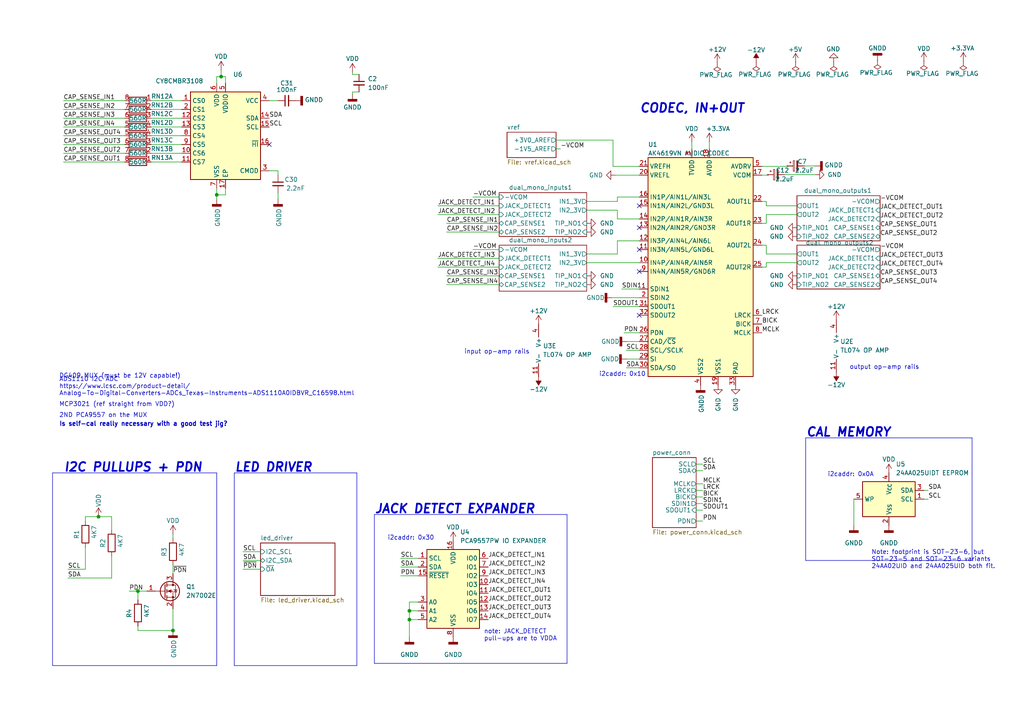
<source format=kicad_sch>
(kicad_sch (version 20230121) (generator eeschema)
  (paper "A4")
  (lib_symbols
    (symbol "Amplifier_Operational:TL074" (pin_names (offset 0.127))
      (property "Reference" "U" (at 0 5.08 0))
      (property "Value" "TL074" (at 0 -5.08 0))
      (symbol "TL074_1_1"
        (polyline (pts (xy -5.08 5.08) (xy 5.08 0) (xy -5.08 -5.08) (xy -5.08 5.08)) (stroke (width 0.254)) (fill (type background)))
        (pin output line (at 7.62 0 180) (length 2.54) (name "~") (number "1"))
        (pin input line (at -7.62 -2.54 0) (length 2.54) (name "-") (number "2"))
        (pin input line (at -7.62 2.54 0) (length 2.54) (name "+") (number "3"))
      )
      (symbol "TL074_2_1"
        (polyline (pts (xy -5.08 5.08) (xy 5.08 0) (xy -5.08 -5.08) (xy -5.08 5.08)) (stroke (width 0.254)) (fill (type background)))
        (pin input line (at -7.62 2.54 0) (length 2.54) (name "+") (number "5"))
        (pin input line (at -7.62 -2.54 0) (length 2.54) (name "-") (number "6"))
        (pin output line (at 7.62 0 180) (length 2.54) (name "~") (number "7"))
      )
      (symbol "TL074_3_1"
        (polyline (pts (xy -5.08 5.08) (xy 5.08 0) (xy -5.08 -5.08) (xy -5.08 5.08)) (stroke (width 0.254)) (fill (type background)))
        (pin input line (at -7.62 2.54 0) (length 2.54) (name "+") (number "10"))
        (pin output line (at 7.62 0 180) (length 2.54) (name "~") (number "8"))
        (pin input line (at -7.62 -2.54 0) (length 2.54) (name "-") (number "9"))
      )
      (symbol "TL074_4_1"
        (polyline (pts (xy -5.08 5.08) (xy 5.08 0) (xy -5.08 -5.08) (xy -5.08 5.08)) (stroke (width 0.254)) (fill (type background)))
        (pin input line (at -7.62 2.54 0) (length 2.54) (name "+") (number "12"))
        (pin input line (at -7.62 -2.54 0) (length 2.54) (name "-") (number "13"))
        (pin output line (at 7.62 0 180) (length 2.54) (name "~") (number "14"))
      )
      (symbol "TL074_5_1"
        (pin power_in line (at -2.54 -7.62 90) (length 3.81) (name "V-") (number "11"))
        (pin power_in line (at -2.54 7.62 270) (length 3.81) (name "V+") (number "4"))
      )
    )
    (symbol "Device:C_Polarized_Small" (pin_numbers hide) (pin_names (offset 0.254) hide)
      (property "Reference" "C" (at 0.254 1.778 0))
      (property "Value" "C_Polarized_Small" (at 0.254 -2.032 0))
      (symbol "C_Polarized_Small_0_1"
        (rectangle (start -1.524 -0.3048) (end 1.524 -0.6858) (fill (type outline)))
        (rectangle (start -1.524 0.6858) (end 1.524 0.3048))
        (polyline (pts (xy -1.27 1.524) (xy -0.762 1.524)))
        (polyline (pts (xy -1.016 1.27) (xy -1.016 1.778)))
      )
      (symbol "C_Polarized_Small_1_1"
        (pin passive line (at 0 2.54 270) (length 1.8542) (name "~") (number "1"))
        (pin passive line (at 0 -2.54 90) (length 1.8542) (name "~") (number "2"))
      )
    )
    (symbol "Device:C_Small" (pin_numbers hide) (pin_names (offset 0.254) hide)
      (property "Reference" "C" (at 0.254 1.778 0))
      (property "Value" "C_Small" (at 0.254 -2.032 0))
      (symbol "C_Small_0_1"
        (polyline (pts (xy -1.524 -0.508) (xy 1.524 -0.508)) (stroke (width 0.3302)))
        (polyline (pts (xy -1.524 0.508) (xy 1.524 0.508)) (stroke (width 0.3048)))
      )
      (symbol "C_Small_1_1"
        (pin passive line (at 0 2.54 270) (length 2.032) (name "~") (number "1"))
        (pin passive line (at 0 -2.54 90) (length 2.032) (name "~") (number "2"))
      )
    )
    (symbol "Device:R" (pin_numbers hide) (pin_names (offset 0))
      (property "Reference" "R" (at 2.032 0 90))
      (property "Value" "R" (at 0 0 90))
      (symbol "R_0_1"
        (rectangle (start -1.016 -2.54) (end 1.016 2.54) (stroke (width 0.254)))
      )
      (symbol "R_1_1"
        (pin passive line (at 0 3.81 270) (length 1.27) (name "~") (number "1"))
        (pin passive line (at 0 -3.81 90) (length 1.27) (name "~") (number "2"))
      )
    )
    (symbol "Device:R_Pack04_Split" (pin_names (offset 0) hide)
      (property "Reference" "RN" (at 2.032 0 90))
      (property "Value" "R_Pack04_Split" (at 0 0 90))
      (symbol "R_Pack04_Split_0_1"
        (rectangle (start 1.016 2.54) (end -1.016 -2.54) (stroke (width 0.254)))
      )
      (symbol "R_Pack04_Split_1_1"
        (pin passive line (at 0 -3.81 90) (length 1.27) (name "R1.1") (number "1"))
        (pin passive line (at 0 3.81 270) (length 1.27) (name "R1.2") (number "8"))
      )
      (symbol "R_Pack04_Split_2_1"
        (pin passive line (at 0 -3.81 90) (length 1.27) (name "R2.1") (number "2"))
        (pin passive line (at 0 3.81 270) (length 1.27) (name "R2.2") (number "7"))
      )
      (symbol "R_Pack04_Split_3_1"
        (pin passive line (at 0 -3.81 90) (length 1.27) (name "R3.1") (number "3"))
        (pin passive line (at 0 3.81 270) (length 1.27) (name "R3.2") (number "6"))
      )
      (symbol "R_Pack04_Split_4_1"
        (pin passive line (at 0 -3.81 90) (length 1.27) (name "R4.1") (number "4"))
        (pin passive line (at 0 3.81 270) (length 1.27) (name "R4.2") (number "5"))
      )
    )
    (symbol "Interface_Expansion:PCA9557PW"
      (property "Reference" "U" (at -7.62 11.43 0))
      (property "Value" "PCA9557PW" (at 2.54 11.43 0))
      (symbol "PCA9557PW_0_1"
        (rectangle (start -7.62 -12.7) (end 7.62 10.16) (stroke (width 0.254)) (fill (type background)))
      )
      (symbol "PCA9557PW_1_1"
        (pin input line (at -10.16 7.62 0) (length 2.54) (name "SCL") (number "1"))
        (pin bidirectional line (at 10.16 0 180) (length 2.54) (name "IO3") (number "10"))
        (pin bidirectional line (at 10.16 -2.54 180) (length 2.54) (name "IO4") (number "11"))
        (pin bidirectional line (at 10.16 -5.08 180) (length 2.54) (name "IO5") (number "12"))
        (pin bidirectional line (at 10.16 -7.62 180) (length 2.54) (name "IO6") (number "13"))
        (pin bidirectional line (at 10.16 -10.16 180) (length 2.54) (name "IO7") (number "14"))
        (pin input line (at -10.16 2.54 0) (length 2.54) (name "~{RESET}") (number "15"))
        (pin power_in line (at 0 12.7 270) (length 2.54) (name "VDD") (number "16"))
        (pin bidirectional line (at -10.16 5.08 0) (length 2.54) (name "SDA") (number "2"))
        (pin input line (at -10.16 -5.08 0) (length 2.54) (name "A0") (number "3"))
        (pin input line (at -10.16 -7.62 0) (length 2.54) (name "A1") (number "4"))
        (pin input line (at -10.16 -10.16 0) (length 2.54) (name "A2") (number "5"))
        (pin bidirectional line (at 10.16 7.62 180) (length 2.54) (name "IO0") (number "6"))
        (pin bidirectional line (at 10.16 5.08 180) (length 2.54) (name "IO1") (number "7"))
        (pin power_in line (at 0 -15.24 90) (length 2.54) (name "VSS") (number "8"))
        (pin bidirectional line (at 10.16 2.54 180) (length 2.54) (name "IO2") (number "9"))
      )
    )
    (symbol "Memory_EEPROM:24AA02-OT"
      (property "Reference" "U" (at -7.62 6.35 0))
      (property "Value" "24AA02-OT" (at 2.54 -6.35 0))
      (symbol "24AA02-OT_1_1"
        (rectangle (start -7.62 5.08) (end 7.62 -5.08) (stroke (width 0.254)) (fill (type background)))
        (pin input line (at 10.16 0 180) (length 2.54) (name "SCL") (number "1"))
        (pin power_in line (at 0 -7.62 90) (length 2.54) (name "V_{SS}") (number "2"))
        (pin bidirectional line (at 10.16 2.54 180) (length 2.54) (name "SDA") (number "3"))
        (pin power_in line (at 0 7.62 270) (length 2.54) (name "V_{CC}") (number "4"))
        (pin input line (at -10.16 0 0) (length 2.54) (name "WP") (number "5"))
      )
    )
    (symbol "Sensor_Touch:CY8CMBR3108"
      (property "Reference" "U" (at -10.16 13.97 0))
      (property "Value" "CY8CMBR3108" (at 1.27 13.97 0))
      (symbol "CY8CMBR3108_0_1"
        (rectangle (start -10.16 12.7) (end 10.16 -12.7) (stroke (width 0.254)) (fill (type background)))
      )
      (symbol "CY8CMBR3108_1_1"
        (pin passive line (at -12.7 10.16 0) (length 2.54) (name "CS0") (number "1"))
        (pin passive line (at -12.7 -5.08 0) (length 2.54) (name "CS6") (number "10"))
        (pin passive line (at -12.7 -7.62 0) (length 2.54) (name "CS7") (number "11"))
        (pin passive line (at -12.7 5.08 0) (length 2.54) (name "CS2") (number "12"))
        (pin passive line (at -12.7 2.54 0) (length 2.54) (name "CS3") (number "13"))
        (pin bidirectional line (at 12.7 5.08 180) (length 2.54) (name "SDA") (number "14"))
        (pin input line (at 12.7 2.54 180) (length 2.54) (name "SCL") (number "15"))
        (pin bidirectional line (at 12.7 -2.54 180) (length 2.54) (name "~{HI}") (number "16"))
        (pin passive line (at 0 -15.24 90) (length 2.54) (name "EP") (number "17"))
        (pin passive line (at -12.7 7.62 0) (length 2.54) (name "CS1") (number "2"))
        (pin passive line (at 12.7 -10.16 180) (length 2.54) (name "CMOD") (number "3"))
        (pin passive line (at 12.7 10.16 180) (length 2.54) (name "VCC") (number "4"))
        (pin power_in line (at 0 15.24 270) (length 2.54) (name "VDDIO") (number "5"))
        (pin power_in line (at -2.54 15.24 270) (length 2.54) (name "VDD") (number "6"))
        (pin power_in line (at -2.54 -15.24 90) (length 2.54) (name "VSS") (number "7"))
        (pin passive line (at -12.7 0 0) (length 2.54) (name "CS4") (number "8"))
        (pin passive line (at -12.7 -2.54 0) (length 2.54) (name "CS5") (number "9"))
      )
    )
    (symbol "Transistor_FET:2N7002E" (pin_names hide)
      (property "Reference" "Q" (at 5.08 1.905 0))
      (property "Value" "2N7002E" (at 5.08 0 0))
      (symbol "2N7002E_0_1"
        (polyline (pts (xy 0.254 0) (xy -2.54 0)))
        (polyline (pts (xy 0.254 1.905) (xy 0.254 -1.905)) (stroke (width 0.254)))
        (polyline (pts (xy 0.762 -1.27) (xy 0.762 -2.286)) (stroke (width 0.254)))
        (polyline (pts (xy 0.762 0.508) (xy 0.762 -0.508)) (stroke (width 0.254)))
        (polyline (pts (xy 0.762 2.286) (xy 0.762 1.27)) (stroke (width 0.254)))
        (polyline (pts (xy 2.54 2.54) (xy 2.54 1.778)))
        (polyline (pts (xy 2.54 -2.54) (xy 2.54 0) (xy 0.762 0)))
        (polyline (pts (xy 0.762 -1.778) (xy 3.302 -1.778) (xy 3.302 1.778) (xy 0.762 1.778)))
        (polyline (pts (xy 1.016 0) (xy 2.032 0.381) (xy 2.032 -0.381) (xy 1.016 0)) (fill (type outline)))
        (polyline (pts (xy 2.794 0.508) (xy 2.921 0.381) (xy 3.683 0.381) (xy 3.81 0.254)))
        (polyline (pts (xy 3.302 0.381) (xy 2.921 -0.254) (xy 3.683 -0.254) (xy 3.302 0.381)))
        (circle (center 1.651 0) (radius 2.794) (stroke (width 0.254)))
        (circle (center 2.54 -1.778) (radius 0.254) (fill (type outline)))
        (circle (center 2.54 1.778) (radius 0.254) (fill (type outline)))
      )
      (symbol "2N7002E_1_1"
        (pin input line (at -5.08 0 0) (length 2.54) (name "G") (number "1"))
        (pin passive line (at 2.54 -5.08 90) (length 2.54) (name "S") (number "2"))
        (pin passive line (at 2.54 5.08 270) (length 2.54) (name "D") (number "3"))
      )
    )
    (symbol "ak_codec_ics:AK4619VN"
      (property "Reference" "U?" (at -13.97 41.91 0))
      (property "Value" "AK4619VN" (at -10.16 39.37 0))
      (symbol "AK4619VN_0_1"
        (rectangle (start -15.24 38.1) (end 15.24 -25.4) (stroke (width 0.254)) (fill (type background)))
      )
      (symbol "AK4619VN_1_1"
        (pin input line (at -17.78 0 0) (length 2.54) (name "SDIN1") (number "1"))
        (pin input line (at -17.78 7.62 0) (length 2.54) (name "IN4P/AIN4R/AIN6R") (number "10"))
        (pin input line (at -17.78 11.43 0) (length 2.54) (name "IN3N/AIN5L/GND6L") (number "11"))
        (pin input line (at -17.78 13.97 0) (length 2.54) (name "IN3P/AIN4L/AIN6L") (number "12"))
        (pin input line (at -17.78 17.78 0) (length 2.54) (name "IN2N/AIN2R/GND3R") (number "13"))
        (pin input line (at -17.78 20.32 0) (length 2.54) (name "IN2P/AIN1R/AIN3R") (number "14"))
        (pin input line (at -17.78 24.13 0) (length 2.54) (name "IN1N/AIN2L/GND3L") (number "15"))
        (pin input line (at -17.78 26.67 0) (length 2.54) (name "IN1P/AIN1L/AIN3L") (number "16"))
        (pin power_out line (at 17.78 33.02 180) (length 2.54) (name "VCOM") (number "17"))
        (pin power_in line (at 2.54 40.64 270) (length 2.54) (name "AVDD") (number "18"))
        (pin power_in line (at 5.08 -27.94 90) (length 2.54) (name "VSS1") (number "19"))
        (pin input line (at -17.78 -2.54 0) (length 2.54) (name "SDIN2") (number "2"))
        (pin input line (at -17.78 33.02 0) (length 2.54) (name "VREFL") (number "20"))
        (pin input line (at -17.78 35.56 0) (length 2.54) (name "VREFH") (number "21"))
        (pin output line (at 17.78 25.4 180) (length 2.54) (name "AOUT1L") (number "22"))
        (pin output line (at 17.78 19.05 180) (length 2.54) (name "AOUT1R") (number "23"))
        (pin output line (at 17.78 12.7 180) (length 2.54) (name "AOUT2L") (number "24"))
        (pin output line (at 17.78 6.35 180) (length 2.54) (name "AOUT2R") (number "25"))
        (pin input line (at -17.78 -12.7 0) (length 2.54) (name "PDN") (number "26"))
        (pin input line (at -17.78 -15.24 0) (length 2.54) (name "CAD/~{CS}") (number "27"))
        (pin input line (at -17.78 -17.78 0) (length 2.54) (name "SCL/SCLK") (number "28"))
        (pin input line (at -17.78 -20.32 0) (length 2.54) (name "SI") (number "29"))
        (pin power_in line (at -2.54 40.64 270) (length 2.54) (name "TVDD") (number "3"))
        (pin bidirectional line (at -17.78 -22.86 0) (length 2.54) (name "SDA/SO") (number "30"))
        (pin output line (at -17.78 -5.08 0) (length 2.54) (name "SDOUT1") (number "31"))
        (pin output line (at -17.78 -7.62 0) (length 2.54) (name "SDOUT2") (number "32"))
        (pin passive line (at 10.16 -27.94 90) (length 2.54) (name "PAD") (number "33"))
        (pin power_in line (at 0 -27.94 90) (length 2.54) (name "VSS2") (number "4"))
        (pin power_out line (at 17.78 35.56 180) (length 2.54) (name "AVDRV") (number "5"))
        (pin input line (at 17.78 -7.62 180) (length 2.54) (name "LRCK") (number "6"))
        (pin input line (at 17.78 -10.16 180) (length 2.54) (name "BICK") (number "7"))
        (pin input line (at 17.78 -12.7 180) (length 2.54) (name "MCLK") (number "8"))
        (pin input line (at -17.78 5.08 0) (length 2.54) (name "IN4N/AIN5R/GND6R") (number "9"))
      )
    )
    (symbol "power:+12V" (power) (pin_names (offset 0))
      (property "Value" "+12V" (at 0 3.556 0))
      (symbol "+12V_0_1"
        (polyline (pts (xy -0.762 1.27) (xy 0 2.54)))
        (polyline (pts (xy 0 0) (xy 0 2.54)))
        (polyline (pts (xy 0 2.54) (xy 0.762 1.27)))
      )
      (symbol "+12V_1_1"
        (pin power_in line (at 0 0 90) (length 0) hide (name "+12V") (number "1"))
      )
    )
    (symbol "power:+3.3VA" (power) (pin_names (offset 0))
      (property "Value" "+3.3VA" (at 0 3.556 0))
      (symbol "+3.3VA_0_1"
        (polyline (pts (xy -0.762 1.27) (xy 0 2.54)))
        (polyline (pts (xy 0 0) (xy 0 2.54)))
        (polyline (pts (xy 0 2.54) (xy 0.762 1.27)))
      )
      (symbol "+3.3VA_1_1"
        (pin power_in line (at 0 0 90) (length 0) hide (name "+3.3VA") (number "1"))
      )
    )
    (symbol "power:+5V" (power) (pin_names (offset 0))
      (property "Value" "+5V" (at 0 3.556 0))
      (symbol "+5V_0_1"
        (polyline (pts (xy -0.762 1.27) (xy 0 2.54)))
        (polyline (pts (xy 0 0) (xy 0 2.54)))
        (polyline (pts (xy 0 2.54) (xy 0.762 1.27)))
      )
      (symbol "+5V_1_1"
        (pin power_in line (at 0 0 90) (length 0) hide (name "+5V") (number "1"))
      )
    )
    (symbol "power:-12V" (power) (pin_names (offset 0))
      (property "Value" "-12V" (at 0 3.81 0))
      (symbol "-12V_0_0"
        (pin power_in line (at 0 0 90) (length 0) hide (name "-12V") (number "1"))
      )
      (symbol "-12V_0_1"
        (polyline (pts (xy 0 0) (xy 0 1.27) (xy 0.762 1.27) (xy 0 2.54) (xy -0.762 1.27) (xy 0 1.27)) (fill (type outline)))
      )
    )
    (symbol "power:GND" (power) (pin_names (offset 0))
      (property "Value" "GND" (at 0 -3.81 0))
      (symbol "GND_0_1"
        (polyline (pts (xy 0 0) (xy 0 -1.27) (xy 1.27 -1.27) (xy 0 -2.54) (xy -1.27 -1.27) (xy 0 -1.27)))
      )
      (symbol "GND_1_1"
        (pin power_in line (at 0 0 270) (length 0) hide (name "GND") (number "1"))
      )
    )
    (symbol "power:GNDD" (power) (pin_names (offset 0))
      (property "Value" "GNDD" (at 0 -3.175 0))
      (symbol "GNDD_0_1"
        (rectangle (start -1.27 -1.524) (end 1.27 -2.032) (stroke (width 0.254)) (fill (type outline)))
        (polyline (pts (xy 0 0) (xy 0 -1.524)))
      )
      (symbol "GNDD_1_1"
        (pin power_in line (at 0 0 270) (length 0) hide (name "GNDD") (number "1"))
      )
    )
    (symbol "power:PWR_FLAG" (power) (pin_numbers hide) (pin_names (offset 0) hide)
      (property "Value" "PWR_FLAG" (at 0 3.81 0))
      (symbol "PWR_FLAG_0_0"
        (pin power_out line (at 0 0 90) (length 0) (name "pwr") (number "1"))
      )
      (symbol "PWR_FLAG_0_1"
        (polyline (pts (xy 0 0) (xy 0 1.27) (xy -1.016 1.905) (xy 0 2.54) (xy 1.016 1.905) (xy 0 1.27)))
      )
    )
    (symbol "power:VDD" (power) (pin_names (offset 0))
      (property "Value" "VDD" (at 0 3.81 0))
      (symbol "VDD_0_1"
        (polyline (pts (xy -0.762 1.27) (xy 0 2.54)))
        (polyline (pts (xy 0 0) (xy 0 2.54)))
        (polyline (pts (xy 0 2.54) (xy 0.762 1.27)))
      )
      (symbol "VDD_1_1"
        (pin power_in line (at 0 0 90) (length 0) hide (name "VDD") (number "1"))
      )
    )
  )
  (junction (at 50.165 182.88))
  (junction (at 118.745 179.705))
  (junction (at 64.135 22.225))
  (junction (at 118.745 177.165))
  (junction (at 40.005 171.45))
  (junction (at 28.575 149.86))
  (junction (at 62.865 56.515))
  (no_connect (at 185.42 72.39))
  (no_connect (at 185.42 78.74))
  (no_connect (at 185.42 59.69))
  (no_connect (at 185.42 66.04))
  (no_connect (at 185.42 91.44))
  (no_connect (at 78.105 41.91))
  (wire (pts (xy 24.765 151.13) (xy 24.765 149.86)))
  (wire (pts (xy 43.815 41.91) (xy 52.705 41.91)))
  (polyline (pts (xy 233.68 127) (xy 233.68 162.56)))
  (wire (pts (xy 62.865 24.13) (xy 62.865 22.225)))
  (wire (pts (xy 181.737 104.14) (xy 185.42 104.14)))
  (polyline (pts (xy 164.465 149.225) (xy 164.465 192.405)))
  (wire (pts (xy 179.07 57.15) (xy 185.42 57.15)))
  (wire (pts (xy 40.005 181.61) (xy 40.005 182.88)))
  (wire (pts (xy 170.18 73.66) (xy 179.07 73.66)))
  (wire (pts (xy 137.16 72.39) (xy 144.78 72.39)))
  (wire (pts (xy 118.745 179.705) (xy 121.285 179.705)))
  (wire (pts (xy 40.005 182.88) (xy 50.165 182.88)))
  (wire (pts (xy 170.18 76.2) (xy 185.42 76.2)))
  (wire (pts (xy 137.16 57.15) (xy 144.78 57.15)))
  (polyline (pts (xy 108.585 149.225) (xy 164.465 149.225)))
  (wire (pts (xy 32.385 149.86) (xy 28.575 149.86)))
  (wire (pts (xy 32.385 153.67) (xy 32.385 149.86)))
  (wire (pts (xy 80.645 55.88) (xy 80.645 57.785)))
  (wire (pts (xy 201.93 146.05) (xy 203.835 146.05)))
  (wire (pts (xy 118.745 177.165) (xy 118.745 174.625)))
  (polyline (pts (xy 108.585 149.225) (xy 108.585 192.405)))
  (wire (pts (xy 127 74.93) (xy 144.78 74.93)))
  (wire (pts (xy 220.98 77.47) (xy 222.25 77.47)))
  (wire (pts (xy 43.815 34.29) (xy 52.705 34.29)))
  (wire (pts (xy 102.235 21.59) (xy 104.14 21.59)))
  (polyline (pts (xy 15.24 137.16) (xy 62.865 137.16)))
  (polyline (pts (xy 67.945 193.04) (xy 103.505 193.04)))
  (wire (pts (xy 116.205 161.925) (xy 121.285 161.925)))
  (wire (pts (xy 50.165 154.94) (xy 50.165 156.21)))
  (wire (pts (xy 62.865 54.61) (xy 62.865 56.515)))
  (wire (pts (xy 40.005 171.45) (xy 40.005 173.99)))
  (polyline (pts (xy 67.945 137.16) (xy 103.505 137.16)))
  (wire (pts (xy 43.815 46.99) (xy 52.705 46.99)))
  (wire (pts (xy 50.165 163.83) (xy 50.165 166.37)))
  (polyline (pts (xy 15.24 137.16) (xy 15.24 193.04)))
  (wire (pts (xy 40.005 171.45) (xy 42.545 171.45)))
  (polyline (pts (xy 67.945 137.16) (xy 67.945 193.04)))
  (wire (pts (xy 222.25 64.77) (xy 222.25 62.23)))
  (wire (pts (xy 18.415 44.45) (xy 36.195 44.45)))
  (polyline (pts (xy 62.865 137.16) (xy 62.865 193.04)))
  (wire (pts (xy 267.97 142.24) (xy 269.24 142.24)))
  (wire (pts (xy 43.815 36.83) (xy 52.705 36.83)))
  (wire (pts (xy 220.98 58.42) (xy 222.25 58.42)))
  (wire (pts (xy 200.66 41.275) (xy 200.66 43.18)))
  (wire (pts (xy 177.546 86.36) (xy 185.42 86.36)))
  (wire (pts (xy 43.815 31.75) (xy 52.705 31.75)))
  (wire (pts (xy 118.745 184.785) (xy 118.745 179.705)))
  (wire (pts (xy 129.54 64.77) (xy 144.78 64.77)))
  (wire (pts (xy 64.135 22.225) (xy 64.135 20.32)))
  (wire (pts (xy 201.93 142.24) (xy 203.835 142.24)))
  (wire (pts (xy 127 77.47) (xy 144.78 77.47)))
  (wire (pts (xy 222.25 58.42) (xy 222.25 59.69)))
  (wire (pts (xy 43.815 39.37) (xy 52.705 39.37)))
  (wire (pts (xy 18.415 41.91) (xy 36.195 41.91)))
  (wire (pts (xy 180.34 83.82) (xy 185.42 83.82)))
  (wire (pts (xy 43.815 44.45) (xy 52.705 44.45)))
  (wire (pts (xy 220.98 64.77) (xy 222.25 64.77)))
  (wire (pts (xy 247.65 144.78) (xy 247.65 152.4)))
  (wire (pts (xy 222.25 71.12) (xy 222.25 73.66)))
  (wire (pts (xy 24.765 149.86) (xy 28.575 149.86)))
  (polyline (pts (xy 62.865 193.04) (xy 15.24 193.04)))
  (wire (pts (xy 32.385 161.29) (xy 32.385 167.64)))
  (wire (pts (xy 50.165 176.53) (xy 50.165 182.88)))
  (wire (pts (xy 127 59.69) (xy 144.78 59.69)))
  (wire (pts (xy 179.07 58.42) (xy 179.07 57.15)))
  (wire (pts (xy 222.25 62.23) (xy 231.14 62.23)))
  (wire (pts (xy 116.205 167.005) (xy 121.285 167.005)))
  (wire (pts (xy 228.6 48.26) (xy 228.219 48.133)))
  (wire (pts (xy 201.93 140.335) (xy 203.835 140.335)))
  (wire (pts (xy 181.61 101.6) (xy 185.42 101.6)))
  (wire (pts (xy 201.93 147.955) (xy 203.835 147.955)))
  (polyline (pts (xy 103.505 193.04) (xy 103.505 137.16)))
  (wire (pts (xy 201.93 144.145) (xy 203.835 144.145)))
  (wire (pts (xy 222.885 50.8) (xy 222.504 50.673)))
  (wire (pts (xy 118.745 177.165) (xy 121.285 177.165)))
  (wire (pts (xy 179.07 69.85) (xy 185.42 69.85)))
  (wire (pts (xy 170.18 58.42) (xy 179.07 58.42)))
  (wire (pts (xy 65.405 54.61) (xy 65.405 56.515)))
  (wire (pts (xy 37.465 171.45) (xy 40.005 171.45)))
  (polyline (pts (xy 164.465 192.405) (xy 108.585 192.405)))
  (polyline (pts (xy 233.68 162.56) (xy 281.94 162.56)))
  (wire (pts (xy 18.415 29.21) (xy 36.195 29.21)))
  (wire (pts (xy 43.815 29.21) (xy 52.705 29.21)))
  (wire (pts (xy 70.485 160.02) (xy 75.565 160.02)))
  (wire (pts (xy 65.405 22.225) (xy 65.405 24.13)))
  (wire (pts (xy 181.864 99.06) (xy 185.42 99.06)))
  (wire (pts (xy 129.54 82.55) (xy 144.78 82.55)))
  (wire (pts (xy 70.485 162.56) (xy 75.565 162.56)))
  (wire (pts (xy 181.61 106.68) (xy 185.42 106.68)))
  (wire (pts (xy 227.584 50.673) (xy 236.474 50.673)))
  (wire (pts (xy 185.42 48.26) (xy 177.8 48.26)))
  (wire (pts (xy 180.975 96.52) (xy 185.42 96.52)))
  (wire (pts (xy 179.07 63.5) (xy 185.42 63.5)))
  (wire (pts (xy 222.25 59.69) (xy 231.14 59.69)))
  (wire (pts (xy 18.415 46.99) (xy 36.195 46.99)))
  (wire (pts (xy 24.765 158.75) (xy 24.765 165.1)))
  (wire (pts (xy 220.98 50.8) (xy 222.885 50.8)))
  (wire (pts (xy 70.485 165.1) (xy 75.565 165.1)))
  (wire (pts (xy 233.299 48.133) (xy 236.474 48.133)))
  (wire (pts (xy 177.8 88.9) (xy 185.42 88.9)))
  (wire (pts (xy 19.685 167.64) (xy 32.385 167.64)))
  (wire (pts (xy 80.645 50.8) (xy 80.645 49.53)))
  (wire (pts (xy 78.105 29.21) (xy 80.645 29.21)))
  (wire (pts (xy 19.685 165.1) (xy 24.765 165.1)))
  (wire (pts (xy 267.97 144.78) (xy 269.24 144.78)))
  (wire (pts (xy 205.74 41.148) (xy 205.74 43.18)))
  (wire (pts (xy 220.98 48.26) (xy 228.6 48.26)))
  (wire (pts (xy 127 62.23) (xy 144.78 62.23)))
  (wire (pts (xy 18.415 36.83) (xy 36.195 36.83)))
  (wire (pts (xy 18.415 31.75) (xy 36.195 31.75)))
  (wire (pts (xy 179.07 73.66) (xy 179.07 69.85)))
  (wire (pts (xy 64.135 22.225) (xy 65.405 22.225)))
  (wire (pts (xy 201.93 151.13) (xy 203.835 151.13)))
  (wire (pts (xy 177.8 40.64) (xy 161.29 40.64)))
  (wire (pts (xy 129.54 80.01) (xy 144.78 80.01)))
  (wire (pts (xy 116.205 164.465) (xy 121.285 164.465)))
  (wire (pts (xy 102.235 20.955) (xy 102.235 21.59)))
  (wire (pts (xy 118.745 179.705) (xy 118.745 177.165)))
  (wire (pts (xy 18.415 34.29) (xy 36.195 34.29)))
  (wire (pts (xy 161.29 43.18) (xy 162.56 43.18)))
  (wire (pts (xy 102.235 26.67) (xy 104.14 26.67)))
  (wire (pts (xy 18.415 39.37) (xy 36.195 39.37)))
  (polyline (pts (xy 233.68 127) (xy 281.94 127)))
  (wire (pts (xy 201.93 136.525) (xy 203.835 136.525)))
  (wire (pts (xy 201.93 134.62) (xy 203.835 134.62)))
  (wire (pts (xy 118.745 174.625) (xy 121.285 174.625)))
  (wire (pts (xy 179.07 60.96) (xy 179.07 63.5)))
  (wire (pts (xy 102.235 26.67) (xy 102.235 27.305)))
  (wire (pts (xy 178.435 50.8) (xy 185.42 50.8)))
  (wire (pts (xy 129.54 67.31) (xy 144.78 67.31)))
  (wire (pts (xy 62.865 56.515) (xy 62.865 57.785)))
  (wire (pts (xy 220.98 71.12) (xy 222.25 71.12)))
  (wire (pts (xy 62.865 22.225) (xy 64.135 22.225)))
  (wire (pts (xy 222.25 77.47) (xy 222.25 76.2)))
  (wire (pts (xy 65.405 56.515) (xy 62.865 56.515)))
  (polyline (pts (xy 281.94 162.56) (xy 281.94 127)))
  (wire (pts (xy 170.18 60.96) (xy 179.07 60.96)))
  (wire (pts (xy 80.645 49.53) (xy 78.105 49.53)))
  (wire (pts (xy 222.25 73.66) (xy 231.14 73.66)))
  (wire (pts (xy 222.25 76.2) (xy 231.14 76.2)))
  (wire (pts (xy 177.8 48.26) (xy 177.8 40.64)))
  (text "CAL MEMORY" (at 233.68 127 0) (effects (font (size 2.54 2.54) (thickness 0.508) bold italic) (justify left bottom)))
  (text "2ND PCA9557 on the MUX" (at 17.145 121.285 0) (effects (font (size 1.27 1.27)) (justify left bottom)))
  (text "Note: footprint is SOT-23-6, but\nSOT-23-5 and SOT-23-6 variants\n24AA02UID and 24AA025UID both fit." (at 252.73 165.1 0) (effects (font (size 1.27 1.27)) (justify left bottom)))
  (text "i2caddr: 0x10" (at 173.736 109.347 0) (effects (font (size 1.27 1.27)) (justify left bottom)))
  (text "I2C PULLUPS + PDN" (at 18.415 137.16 0) (effects (font (size 2.54 2.54) (thickness 0.508) bold italic) (justify left bottom)))
  (text "ADS1110 I2C ADC\nhttps://www.lcsc.com/product-detail/\nAnalog-To-Digital-Converters-ADCs_Texas-Instruments-ADS1110A0IDBVR_C16598.html" (at 17.145 114.935 0) (effects (font (size 1.27 1.27)) (justify left bottom)))
  (text "i2caddr: 0x30" (at 112.395 156.845 0) (effects (font (size 1.27 1.27)) (justify left bottom)))
  (text "input op-amp rails" (at 134.62 102.87 0) (effects (font (size 1.27 1.27)) (justify left bottom)))
  (text "note: JACK_DETECT\npull-ups are to VDDA" (at 140.335 186.055 0) (effects (font (size 1.27 1.27)) (justify left bottom)))
  (text "JACK DETECT EXPANDER" (at 108.585 149.225 0) (effects (font (size 2.54 2.54) (thickness 0.508) bold italic) (justify left bottom)))
  (text "LED DRIVER" (at 67.945 137.16 0) (effects (font (size 2.54 2.54) (thickness 0.508) bold italic) (justify left bottom)))
  (text "output op-amp rails" (at 246.38 107.315 0) (effects (font (size 1.27 1.27)) (justify left bottom)))
  (text "CODEC, IN+OUT" (at 185.42 33.02 0) (effects (font (size 2.54 2.54) (thickness 0.508) bold italic) (justify left bottom)))
  (text "MCP3021 (ref straight from VDD?)" (at 17.145 118.11 0) (effects (font (size 1.27 1.27)) (justify left bottom)))
  (text "Is self-cal really necessary with a good test jig?" (at 17.145 123.825 0) (effects (font (size 1.27 1.27) (thickness 0.254) bold) (justify left bottom)))
  (text "DG409 MUX (must be 12V capable!)" (at 17.145 109.855 0) (effects (font (size 1.27 1.27)) (justify left bottom)))
  (text "i2caddr: 0x0A" (at 240.03 138.43 0) (effects (font (size 1.27 1.27)) (justify left bottom)))
  (label "JACK_DETECT_OUT1" (at 141.605 172.085 0))
  (label "-VCOM" (at 137.16 57.15 0))
  (label "~{PDN}" (at 50.165 166.37 0))
  (label "PDN" (at 203.835 151.13 0))
  (label "SDA" (at 116.205 164.465 0))
  (label "SCL" (at 78.105 36.83 0))
  (label "BICK" (at 220.98 93.98 0))
  (label "JACK_DETECT_IN4" (at 141.605 169.545 0))
  (label "-VCOM" (at 162.56 43.18 0))
  (label "JACK_DETECT_OUT1" (at 255.27 60.96 0))
  (label "CAP_SENSE_OUT1" (at 18.415 46.99 0))
  (label "SDOUT1" (at 177.8 88.9 0))
  (label "-VCOM" (at 255.27 72.39 0))
  (label "LRCK" (at 220.98 91.44 0))
  (label "CAP_SENSE_OUT3" (at 255.27 80.01 0))
  (label "SCL" (at 19.685 165.1 0))
  (label "PDN" (at 180.975 96.52 0))
  (label "BICK" (at 203.835 144.145 0))
  (label "MCLK" (at 220.98 96.52 0))
  (label "JACK_DETECT_IN3" (at 127 74.93 0))
  (label "-VCOM" (at 255.27 58.42 0))
  (label "JACK_DETECT_OUT3" (at 255.27 74.93 0))
  (label "SDA" (at 181.61 106.68 0))
  (label "JACK_DETECT_IN4" (at 127 77.47 0))
  (label "SCL" (at 269.24 144.78 0))
  (label "JACK_DETECT_IN1" (at 141.605 161.925 0))
  (label "JACK_DETECT_IN2" (at 127 62.23 0))
  (label "SDOUT1" (at 203.835 147.955 0))
  (label "JACK_DETECT_OUT3" (at 141.605 177.165 0))
  (label "JACK_DETECT_OUT2" (at 141.605 174.625 0))
  (label "CAP_SENSE_OUT2" (at 255.27 68.58 0))
  (label "CAP_SENSE_IN2" (at 129.54 67.31 0))
  (label "SDIN1" (at 180.34 83.82 0))
  (label "CAP_SENSE_OUT1" (at 255.27 66.04 0))
  (label "CAP_SENSE_IN3" (at 129.54 80.01 0))
  (label "-VCOM" (at 137.16 72.39 0))
  (label "SCL" (at 116.205 161.925 0))
  (label "PDN" (at 37.465 171.45 0))
  (label "CAP_SENSE_IN4" (at 129.54 82.55 0))
  (label "CAP_SENSE_IN1" (at 129.54 64.77 0))
  (label "SCL" (at 181.61 101.6 0))
  (label "CAP_SENSE_IN2" (at 18.415 31.75 0))
  (label "SDA" (at 19.685 167.64 0))
  (label "SCL" (at 70.485 160.02 0))
  (label "CAP_SENSE_OUT4" (at 255.27 82.55 0))
  (label "CAP_SENSE_OUT3" (at 18.415 41.91 0))
  (label "CAP_SENSE_IN4" (at 18.415 36.83 0))
  (label "SDA" (at 70.485 162.56 0))
  (label "JACK_DETECT_OUT4" (at 141.605 179.705 0))
  (label "CAP_SENSE_IN3" (at 18.415 34.29 0))
  (label "JACK_DETECT_OUT2" (at 255.27 63.5 0))
  (label "SDIN1" (at 203.835 146.05 0))
  (label "JACK_DETECT_IN2" (at 141.605 164.465 0))
  (label "SDA" (at 269.24 142.24 0))
  (label "CAP_SENSE_OUT2" (at 18.415 44.45 0))
  (label "JACK_DETECT_OUT4" (at 255.27 77.47 0))
  (label "JACK_DETECT_IN3" (at 141.605 167.005 0))
  (label "CAP_SENSE_IN1" (at 18.415 29.21 0))
  (label "PDN" (at 116.205 167.005 0))
  (label "CAP_SENSE_OUT4" (at 18.415 39.37 0))
  (label "SDA" (at 78.105 34.29 0))
  (label "SDA" (at 203.835 136.525 0))
  (label "MCLK" (at 203.835 140.335 0))
  (label "JACK_DETECT_IN1" (at 127 59.69 0))
  (label "~{PDN}" (at 70.485 165.1 0))
  (label "SCL" (at 203.835 134.62 0))
  (label "LRCK" (at 203.835 142.24 0))
  (symbol (lib_id "power:GNDD") (at 254.508 17.526 180) (unit 1)
    (property "Reference" "#PWR01" (effects hide))
    (property "Value" "GNDD" (at 254.508 13.97 0))
  )
  (symbol (lib_id "Device:R_Pack04_Split") (at 40.005 34.29 90) (unit 3)
    (property "Reference" "RN12" (at 46.99 33.02 90))
    (property "Value" "560R" (at 40.005 34.29 90))
    (property "Footprint" "Resistor_SMD:R_Array_Convex_4x0402" (effects hide))
    (property "mfg#" "YC124-JR-07560RL" (effects hide))
    (property "lcsc#" "C695210" (effects hide))
  )
  (symbol (lib_id "Device:C_Polarized_Small") (at 230.759 48.133 90) (mirror x) (unit 1)
    (property "Reference" "C7" (at 232.664 46.863 90))
    (property "Value" "2.2uF" (at 233.299 49.403 90))
    (property "Footprint" "Capacitor_Tantalum_SMD:CP_EIA-3216-10_Kemet-I" (effects hide))
    (property "mfg#" "T491A225K006AT" (effects hide))
    (property "lcsc#" "C2798035" (effects hide))
  )
  (symbol (lib_id "power:PWR_FLAG") (at 241.808 18.034 180) (unit 1)
    (property "Reference" "#FLG06" (effects hide))
    (property "Value" "PWR_FLAG" (at 241.427 21.59 0))
  )
  (symbol (lib_id "power:PWR_FLAG") (at 279.4 17.78 180) (unit 1)
    (property "Reference" "#FLG03" (effects hide))
    (property "Value" "PWR_FLAG" (at 279.019 21.336 0))
  )
  (symbol (lib_id "Device:C_Polarized_Small") (at 225.044 50.673 90) (mirror x) (unit 1)
    (property "Reference" "C12" (at 226.949 49.403 90))
    (property "Value" "2.2uF" (at 227.584 51.943 90))
    (property "Footprint" "Capacitor_Tantalum_SMD:CP_EIA-3216-10_Kemet-I" (effects hide))
    (property "mfg#" "T491A225K006AT" (effects hide))
    (property "lcsc#" "C2798035" (effects hide))
  )
  (symbol (lib_id "power:GND") (at 231.14 66.04 270) (unit 1)
    (property "Reference" "#PWR065" (effects hide))
    (property "Value" "GND" (at 227.33 66.04 90) (effects (justify right)))
  )
  (symbol (lib_id "power:-12V") (at 156.21 109.22 180) (unit 1)
    (property "Reference" "#PWR043" (effects hide))
    (property "Value" "-12V" (at 153.543 112.903 0) (effects (justify right)))
  )
  (symbol (lib_id "power:PWR_FLAG") (at 254.508 17.526 180) (unit 1)
    (property "Reference" "#FLG01" (effects hide))
    (property "Value" "PWR_FLAG" (at 254.127 21.082 0))
  )
  (symbol (lib_id "power:GND") (at 170.18 80.01 90) (unit 1)
    (property "Reference" "#PWR060" (effects hide))
    (property "Value" "GND" (at 173.99 80.01 90) (effects (justify right)))
  )
  (symbol (lib_id "power:VDD") (at 200.66 41.275 0) (unit 1)
    (property "Reference" "#PWR017" (effects hide))
    (property "Value" "VDD" (at 200.66 37.338 0))
  )
  (symbol (lib_id "Device:C_Small") (at 83.185 29.21 90) (unit 1)
    (property "Reference" "C31" (at 83.185 24.13 90))
    (property "Value" "100nF" (at 83.185 26.035 90))
    (property "Footprint" "Capacitor_SMD:C_0603_1608Metric" (effects hide))
    (property "Datasheet" "https://datasheet.lcsc.com/lcsc/1912111437_TDK-C1608X7R1E104KT000N_C338036.pdf" (effects hide))
    (property "lcsc#" "C338036" (effects hide))
    (property "mfg#" "C1608X7R1E104KT000N" (effects hide))
  )
  (symbol (lib_id "Interface_Expansion:PCA9557PW") (at 131.445 169.545 0) (unit 1)
    (property "Reference" "U4" (at 133.4644 154.305 0) (effects (justify left)))
    (property "Value" "PCA9557PW IO EXPANDER" (at 133.4644 156.845 0) (effects (justify left)))
    (property "Footprint" "Package_SO:TSSOP-16_4.4x5mm_P0.65mm" (effects hide))
    (property "Datasheet" "https://www.nxp.com/docs/en/data-sheet/PCA9557.pdf" (effects hide))
    (property "lcsc#" "C141380" (effects hide))
    (property "dig#" "568-1061-1-ND" (effects hide))
    (property "mfg#" "PCA9557PW,118" (effects hide))
  )
  (symbol (lib_id "power:+3.3VA") (at 279.4 17.78 0) (unit 1)
    (property "Reference" "#PWR03" (effects hide))
    (property "Value" "+3.3VA" (at 279.146 13.97 0))
  )
  (symbol (lib_id "power:+12V") (at 156.21 93.98 0) (unit 1)
    (property "Reference" "#PWR035" (effects hide))
    (property "Value" "+12V" (at 153.543 90.17 0) (effects (justify left)))
  )
  (symbol (lib_id "Device:R_Pack04_Split") (at 40.005 31.75 90) (unit 2)
    (property "Reference" "RN12" (at 46.99 30.48 90))
    (property "Value" "560R" (at 40.005 31.75 90))
    (property "Footprint" "Resistor_SMD:R_Array_Convex_4x0402" (effects hide))
    (property "mfg#" "YC124-JR-07560RL" (effects hide))
    (property "lcsc#" "C695210" (effects hide))
  )
  (symbol (lib_id "power:GND") (at 170.18 82.55 90) (unit 1)
    (property "Reference" "#PWR062" (effects hide))
    (property "Value" "GND" (at 173.99 82.55 90) (effects (justify right)))
  )
  (symbol (lib_id "power:GNDD") (at 85.725 29.21 90) (unit 1)
    (property "Reference" "#PWR093" (effects hide))
    (property "Value" "GNDD" (at 91.059 28.956 90))
  )
  (symbol (lib_id "power:GNDD") (at 257.81 152.4 0) (unit 1)
    (property "Reference" "#PWR056" (effects hide))
    (property "Value" "GNDD" (at 257.81 157.48 0))
  )
  (symbol (lib_id "power:VDD") (at 64.135 20.32 0) (unit 1)
    (property "Reference" "#PWR081" (effects hide))
    (property "Value" "VDD" (at 64.135 16.383 0))
  )
  (symbol (lib_id "Amplifier_Operational:TL074") (at 245.11 100.33 0) (unit 5)
    (property "Reference" "U2" (at 243.713 99.0599 0) (effects (justify left)))
    (property "Value" "TL074 OP AMP" (at 243.713 101.5999 0) (effects (justify left)))
    (property "Footprint" "Package_SO:SOIC-14_3.9x8.7mm_P1.27mm" (effects hide))
    (property "Datasheet" "http://www.ti.com/lit/ds/symlink/tl071.pdf" (effects hide))
    (property "dig#" "497-2204-1-ND" (effects hide))
    (property "mfg#" "TL074CDT" (effects hide))
    (property "lcsc#" "C6963" (effects hide))
  )
  (symbol (lib_id "power:VDD") (at 131.445 156.845 0) (unit 1)
    (property "Reference" "#PWR052" (effects hide))
    (property "Value" "VDD" (at 131.445 152.908 0))
  )
  (symbol (lib_id "power:+12V") (at 208.026 18.161 0) (unit 1)
    (property "Reference" "#PWR07" (effects hide))
    (property "Value" "+12V" (at 210.693 14.351 0) (effects (justify right)))
  )
  (symbol (lib_id "power:GNDD") (at 236.474 48.133 90) (unit 1)
    (property "Reference" "#PWR021" (effects hide))
    (property "Value" "GNDD" (at 241.808 47.879 90))
  )
  (symbol (lib_id "power:VDD") (at 102.235 20.955 0) (unit 1)
    (property "Reference" "#PWR0117" (effects hide))
    (property "Value" "VDD" (at 102.235 17.018 0))
  )
  (symbol (lib_id "power:PWR_FLAG") (at 267.97 17.78 180) (unit 1)
    (property "Reference" "#FLG02" (effects hide))
    (property "Value" "PWR_FLAG" (at 267.589 21.336 0))
  )
  (symbol (lib_id "power:GND") (at 208.28 111.76 0) (unit 1)
    (property "Reference" "#PWR046" (effects hide))
    (property "Value" "GND" (at 208.28 119.38 90) (effects (justify left)))
  )
  (symbol (lib_id "power:GND") (at 236.474 50.673 90) (unit 1)
    (property "Reference" "#PWR022" (effects hide))
    (property "Value" "GND" (at 244.094 50.673 90) (effects (justify left)))
  )
  (symbol (lib_id "Device:R_Pack04_Split") (at 40.005 44.45 90) (unit 2)
    (property "Reference" "RN13" (at 46.99 43.18 90))
    (property "Value" "560R" (at 40.005 44.45 90))
    (property "Footprint" "Resistor_SMD:R_Array_Convex_4x0402" (effects hide))
    (property "mfg#" "YC124-JR-07560RL" (effects hide))
    (property "lcsc#" "C695210" (effects hide))
  )
  (symbol (lib_id "power:+5V") (at 230.759 18.034 0) (unit 1)
    (property "Reference" "#PWR05" (effects hide))
    (property "Value" "+5V" (at 228.6 14.351 0) (effects (justify left)))
  )
  (symbol (lib_id "power:GNDD") (at 177.546 86.36 270) (unit 1)
    (property "Reference" "#PWR030" (effects hide))
    (property "Value" "GNDD" (at 172.72 86.36 90))
  )
  (symbol (lib_id "Device:R") (at 32.385 157.48 180) (unit 1)
    (property "Reference" "R2" (at 29.845 156.21 90) (effects (justify left)))
    (property "Value" "4K7" (at 34.925 154.94 90) (effects (justify left)))
    (property "Footprint" "Resistor_SMD:R_0402_1005Metric" (effects hide))
    (property "Datasheet" "https://datasheet.lcsc.com/lcsc/1809041728_YAGEO-RC0402FR-074K7L_C105871.pdf" (effects hide))
    (property "lcsc#" "C105871" (effects hide))
    (property "mfg#" "RC0402FR-074K7L" (effects hide))
  )
  (symbol (lib_id "power:GND") (at 231.14 82.55 270) (unit 1)
    (property "Reference" "#PWR077" (effects hide))
    (property "Value" "GND" (at 227.33 82.55 90) (effects (justify right)))
  )
  (symbol (lib_id "Device:R") (at 40.005 177.8 180) (unit 1)
    (property "Reference" "R4" (at 37.465 176.53 90) (effects (justify left)))
    (property "Value" "4K7" (at 42.545 175.26 90) (effects (justify left)))
    (property "Footprint" "Resistor_SMD:R_0402_1005Metric" (effects hide))
    (property "Datasheet" "https://datasheet.lcsc.com/lcsc/1809041728_YAGEO-RC0402FR-074K7L_C105871.pdf" (effects hide))
    (property "lcsc#" "C105871" (effects hide))
    (property "mfg#" "RC0402FR-074K7L" (effects hide))
  )
  (symbol (lib_id "power:VDD") (at 267.97 17.78 0) (unit 1)
    (property "Reference" "#PWR02" (effects hide))
    (property "Value" "VDD" (at 267.97 14.097 0))
  )
  (symbol (lib_id "power:GND") (at 241.808 18.034 180) (unit 1)
    (property "Reference" "#PWR06" (effects hide))
    (property "Value" "GND" (at 243.713 14.224 0) (effects (justify left)))
  )
  (symbol (lib_id "Device:R_Pack04_Split") (at 40.005 39.37 90) (unit 4)
    (property "Reference" "RN13" (at 46.99 38.1 90))
    (property "Value" "560R" (at 40.005 39.37 90))
    (property "Footprint" "Resistor_SMD:R_Array_Convex_4x0402" (effects hide))
    (property "mfg#" "YC124-JR-07560RL" (effects hide))
    (property "lcsc#" "C695210" (effects hide))
  )
  (symbol (lib_id "power:GNDD") (at 62.865 57.785 0) (unit 1)
    (property "Reference" "#PWR085" (effects hide))
    (property "Value" "GNDD" (at 63.119 63.119 90))
  )
  (symbol (lib_id "power:GND") (at 170.18 67.31 90) (unit 1)
    (property "Reference" "#PWR051" (effects hide))
    (property "Value" "GND" (at 173.99 67.31 90) (effects (justify right)))
  )
  (symbol (lib_id "Device:R_Pack04_Split") (at 40.005 29.21 90) (unit 1)
    (property "Reference" "RN12" (at 46.99 27.94 90))
    (property "Value" "560R" (at 40.005 29.21 90))
    (property "Footprint" "Resistor_SMD:R_Array_Convex_4x0402" (effects hide))
    (property "mfg#" "YC124-JR-07560RL" (effects hide))
    (property "lcsc#" "C695210" (effects hide))
  )
  (symbol (lib_id "power:GND") (at 231.14 68.58 270) (unit 1)
    (property "Reference" "#PWR069" (effects hide))
    (property "Value" "GND" (at 227.33 68.58 90) (effects (justify right)))
  )
  (symbol (lib_id "Amplifier_Operational:TL074") (at 158.75 101.6 0) (unit 5)
    (property "Reference" "U3" (at 157.48 100.3299 0) (effects (justify left)))
    (property "Value" "TL074 OP AMP" (at 157.48 102.8699 0) (effects (justify left)))
    (property "Footprint" "Package_SO:SOIC-14_3.9x8.7mm_P1.27mm" (effects hide))
    (property "Datasheet" "http://www.ti.com/lit/ds/symlink/tl071.pdf" (effects hide))
    (property "dig#" "497-2204-1-ND" (effects hide))
    (property "mfg#" "TL074CDT" (effects hide))
    (property "lcsc#" "C6963" (effects hide))
  )
  (symbol (lib_id "power:GNDD") (at 50.165 182.88 0) (unit 1)
    (property "Reference" "#PWR061" (effects hide))
    (property "Value" "GNDD" (at 50.419 188.214 90))
  )
  (symbol (lib_id "Device:R_Pack04_Split") (at 40.005 46.99 90) (unit 1)
    (property "Reference" "RN13" (at 46.99 45.72 90))
    (property "Value" "560R" (at 40.005 46.99 90))
    (property "Footprint" "Resistor_SMD:R_Array_Convex_4x0402" (effects hide))
    (property "mfg#" "YC124-JR-07560RL" (effects hide))
    (property "lcsc#" "C695210" (effects hide))
  )
  (symbol (lib_id "Device:R") (at 50.165 160.02 180) (unit 1)
    (property "Reference" "R3" (at 47.625 158.75 90) (effects (justify left)))
    (property "Value" "4K7" (at 52.705 157.48 90) (effects (justify left)))
    (property "Footprint" "Resistor_SMD:R_0402_1005Metric" (effects hide))
    (property "Datasheet" "https://datasheet.lcsc.com/lcsc/1809041728_YAGEO-RC0402FR-074K7L_C105871.pdf" (effects hide))
    (property "lcsc#" "C105871" (effects hide))
    (property "mfg#" "RC0402FR-074K7L" (effects hide))
  )
  (symbol (lib_id "power:GNDD") (at 203.2 111.76 0) (unit 1)
    (property "Reference" "#PWR045" (effects hide))
    (property "Value" "GNDD" (at 203.454 117.094 90))
  )
  (symbol (lib_id "power:VDD") (at 28.575 149.86 0) (unit 1)
    (property "Reference" "#PWR054" (effects hide))
    (property "Value" "VDD" (at 28.575 145.161 90))
  )
  (symbol (lib_id "power:-12V") (at 219.329 18.034 0) (unit 1)
    (property "Reference" "#PWR04" (effects hide))
    (property "Value" "-12V" (at 216.662 14.478 0) (effects (justify left)))
  )
  (symbol (lib_id "Device:R") (at 24.765 154.94 180) (unit 1)
    (property "Reference" "R1" (at 22.225 153.67 90) (effects (justify left)))
    (property "Value" "4K7" (at 27.305 152.4 90) (effects (justify left)))
    (property "Footprint" "Resistor_SMD:R_0402_1005Metric" (effects hide))
    (property "Datasheet" "https://datasheet.lcsc.com/lcsc/1809041728_YAGEO-RC0402FR-074K7L_C105871.pdf" (effects hide))
    (property "lcsc#" "C105871" (effects hide))
    (property "mfg#" "RC0402FR-074K7L" (effects hide))
  )
  (symbol (lib_id "power:PWR_FLAG") (at 208.026 18.161 180) (unit 1)
    (property "Reference" "#FLG07" (effects hide))
    (property "Value" "PWR_FLAG" (at 207.645 21.717 0))
  )
  (symbol (lib_id "ak_codec_ics:AK4619VN") (at 203.2 83.82 0) (unit 1)
    (property "Reference" "U1" (at 187.96 41.91 0) (effects (justify left)))
    (property "Value" "AK4619VN AUDIO CODEC" (at 187.96 44.45 0) (effects (justify left)))
    (property "Footprint" "Package_DFN_QFN:QFN-32-1EP_5x5mm_P0.5mm_EP3.7x3.7mm_ThermalVias" (effects hide))
    (property "Datasheet" "https://www.akm.com/content/dam/documents/products/audio/audio-codec/ak4619vn/ak4619vn-en-datasheet.pdf" (effects hide))
    (property "mfg#" "AK4619VN" (effects hide))
    (property "dig#" "974-AK4619VNCT-ND" (effects hide))
    (property "lcsc#" "AK4619VN" (effects hide))
  )
  (symbol (lib_id "power:+3.3VA") (at 205.74 41.148 0) (unit 1)
    (property "Reference" "#PWR016" (effects hide))
    (property "Value" "+3.3VA" (at 208.28 37.338 0))
  )
  (symbol (lib_id "power:GNDD") (at 80.645 57.785 0) (unit 1)
    (property "Reference" "#PWR089" (effects hide))
    (property "Value" "GNDD" (at 80.899 63.119 90))
  )
  (symbol (lib_id "power:GND") (at 170.18 64.77 90) (unit 1)
    (property "Reference" "#PWR050" (effects hide))
    (property "Value" "GND" (at 173.99 64.77 90) (effects (justify right)))
  )
  (symbol (lib_id "power:GNDD") (at 131.445 184.785 0) (unit 1)
    (property "Reference" "#PWR059" (effects hide))
    (property "Value" "GNDD" (at 131.445 189.865 0))
  )
  (symbol (lib_id "power:VDD") (at 257.81 137.16 0) (unit 1)
    (property "Reference" "#PWR053" (effects hide))
    (property "Value" "VDD" (at 257.81 133.223 0))
  )
  (symbol (lib_id "Device:R_Pack04_Split") (at 40.005 41.91 90) (unit 3)
    (property "Reference" "RN13" (at 46.99 40.64 90))
    (property "Value" "560R" (at 40.005 41.91 90))
    (property "Footprint" "Resistor_SMD:R_Array_Convex_4x0402" (effects hide))
    (property "mfg#" "YC124-JR-07560RL" (effects hide))
    (property "lcsc#" "C695210" (effects hide))
  )
  (symbol (lib_id "power:GND") (at 231.14 80.01 270) (unit 1)
    (property "Reference" "#PWR073" (effects hide))
    (property "Value" "GND" (at 227.33 80.01 90) (effects (justify right)))
  )
  (symbol (lib_id "Device:R_Pack04_Split") (at 40.005 36.83 90) (unit 4)
    (property "Reference" "RN12" (at 46.99 35.56 90))
    (property "Value" "560R" (at 40.005 36.83 90))
    (property "Footprint" "Resistor_SMD:R_Array_Convex_4x0402" (effects hide))
    (property "mfg#" "YC124-JR-07560RL" (effects hide))
    (property "lcsc#" "C695210" (effects hide))
  )
  (symbol (lib_id "power:GNDD") (at 118.745 184.785 0) (unit 1)
    (property "Reference" "#PWR058" (effects hide))
    (property "Value" "GNDD" (at 118.745 189.865 0))
  )
  (symbol (lib_id "Device:C_Small") (at 80.645 53.34 0) (unit 1)
    (property "Reference" "C30" (at 84.455 52.07 0))
    (property "Value" "2.2nF" (at 85.725 54.61 0))
    (property "Footprint" "Capacitor_SMD:C_0402_1005Metric" (effects hide))
    (property "lcsc#" "C106861" (effects hide))
    (property "mfg#" "CC0402KRX7R9BB222" (effects hide))
  )
  (symbol (lib_id "power:GNDD") (at 102.235 27.305 0) (unit 1)
    (property "Reference" "#PWR0118" (effects hide))
    (property "Value" "GNDD" (at 102.235 31.115 0))
  )
  (symbol (lib_id "power:GND") (at 178.435 50.8 270) (unit 1)
    (property "Reference" "#PWR023" (effects hide))
    (property "Value" "GND" (at 170.815 50.8 90) (effects (justify left)))
  )
  (symbol (lib_id "power:VDD") (at 50.165 154.94 0) (unit 1)
    (property "Reference" "#PWR057" (effects hide))
    (property "Value" "VDD" (at 50.165 151.003 0))
  )
  (symbol (lib_id "power:+12V") (at 242.57 92.71 0) (unit 1)
    (property "Reference" "#PWR033" (effects hide))
    (property "Value" "+12V" (at 239.903 88.9 0) (effects (justify left)))
  )
  (symbol (lib_id "Transistor_FET:2N7002E") (at 47.625 171.45 0) (unit 1)
    (property "Reference" "Q1" (at 53.975 170.1799 0) (effects (justify left)))
    (property "Value" "2N7002E" (at 53.975 172.7199 0) (effects (justify left)))
    (property "Footprint" "Package_TO_SOT_SMD:SOT-23" (effects hide))
    (property "Datasheet" "http://www.diodes.com/assets/Datasheets/ds30376.pdf" (effects hide))
    (property "dig#" "2N7002ET1GOSCT-ND" (effects hide))
    (property "lcsc#" "C71533" (effects hide))
    (property "mfg#" "2N7002ET1G" (effects hide))
  )
  (symbol (lib_id "power:GNDD") (at 181.737 104.14 270) (unit 1)
    (property "Reference" "#PWR041" (effects hide))
    (property "Value" "GNDD" (at 176.911 104.14 90))
  )
  (symbol (lib_id "power:PWR_FLAG") (at 219.329 18.034 180) (unit 1)
    (property "Reference" "#FLG04" (effects hide))
    (property "Value" "PWR_FLAG" (at 218.948 21.59 0))
  )
  (symbol (lib_id "power:-12V") (at 242.57 107.95 180) (unit 1)
    (property "Reference" "#PWR042" (effects hide))
    (property "Value" "-12V" (at 239.903 111.633 0) (effects (justify right)))
  )
  (symbol (lib_id "power:GND") (at 213.36 111.76 0) (unit 1)
    (property "Reference" "#PWR047" (effects hide))
    (property "Value" "GND" (at 213.36 119.38 90) (effects (justify left)))
  )
  (symbol (lib_id "Device:C_Small") (at 104.14 24.13 0) (unit 1)
    (property "Reference" "C2" (at 106.68 22.8662 0) (effects (justify left)))
    (property "Value" "100nF" (at 106.68 25.4062 0) (effects (justify left)))
    (property "Footprint" "Capacitor_SMD:C_0603_1608Metric" (effects hide))
    (property "Datasheet" "https://datasheet.lcsc.com/lcsc/1912111437_TDK-C1608X7R1E104KT000N_C338036.pdf" (effects hide))
    (property "lcsc#" "C338036" (effects hide))
    (property "mfg#" "C1608X7R1E104KT000N" (effects hide))
  )
  (symbol (lib_id "power:PWR_FLAG") (at 230.759 18.034 180) (unit 1)
    (property "Reference" "#FLG05" (effects hide))
    (property "Value" "PWR_FLAG" (at 230.378 21.59 0))
  )
  (symbol (lib_id "Memory_EEPROM:24AA02-OT") (at 257.81 144.78 0) (unit 1)
    (property "Reference" "U5" (at 259.8294 134.62 0) (effects (justify left)))
    (property "Value" "24AA025UIDT EEPROM" (at 259.8294 137.16 0) (effects (justify left)))
    (property "Footprint" "Package_TO_SOT_SMD:SOT-23-6" (effects hide))
    (property "Datasheet" "https://ww1.microchip.com/downloads/en/DeviceDoc/20005202A.pdf" (effects hide))
    (property "mfg#" "24AA025UIDT-I/OT" (effects hide))
    (property "dig#" "24AA025UIDT-I/OTCT-ND" (effects hide))
    (property "lcsc#" "C2061498" (effects hide))
  )
  (symbol (lib_id "power:GNDD") (at 181.864 99.06 270) (unit 1)
    (property "Reference" "#PWR038" (effects hide))
    (property "Value" "GNDD" (at 177.038 99.06 90))
  )
  (symbol (lib_id "Sensor_Touch:CY8CMBR3108") (at 65.405 39.37 0) (unit 1)
    (property "Reference" "U6" (at 67.5991 21.59 0) (effects (justify left)))
    (property "Value" "CY8CMBR3108" (at 45.085 23.495 0) (effects (justify left)))
    (property "Footprint" "Package_DFN_QFN:QFN-16-1EP_3x3mm_P0.5mm_EP1.75x1.75mm" (effects hide))
    (property "Datasheet" "http://www.cypress.com/?docID=49119" (effects hide))
    (property "lcsc#" "C462528" (effects hide))
    (property "mfg#" "CY8CMBR3108-LQXIT" (effects hide))
  )
  (symbol (lib_id "power:GNDD") (at 247.65 152.4 0) (unit 1)
    (property "Reference" "#PWR055" (effects hide))
    (property "Value" "GNDD" (at 247.65 157.48 0))
  )
  (sheet (at 147.066 38.354) (size 14.224 7.366) (stroke (width 0.1524))
    (property "Sheetname" "vref" (at 147.066 37.6424 0) (effects (justify left bottom)))
    (property "Sheetfile" "vref.kicad_sch" (at 147.066 46.3046 0) (effects (justify left top)))
    (pin "+3V0_AREF" output (at 161.29 40.64 0))
    (pin "-1V5_AREF" output (at 161.29 43.18 0))
  )
  (sheet (at 144.78 71.12) (size 25.4 13.335) (stroke (width 0.1524))
    (property "Sheetname" "dual_mono_inputs2" (at 147.574 70.358 0) (effects (justify left bottom)))
    (property "Sheetfile" "dual_mono_inputs.kicad_sch" (effects hide))
    (pin "-VCOM" input (at 144.78 72.39 180))
    (pin "IN1_3V" output (at 170.18 73.66 0))
    (pin "IN2_3V" output (at 170.18 76.2 0))
    (pin "JACK_DETECT1" input (at 144.78 74.93 180))
    (pin "JACK_DETECT2" input (at 144.78 77.47 180))
    (pin "CAP_SENSE2" bidirectional (at 144.78 82.55 180))
    (pin "CAP_SENSE1" bidirectional (at 144.78 80.01 180))
    (pin "TIP_NO2" input (at 170.18 82.55 0))
    (pin "TIP_NO1" input (at 170.18 80.01 0))
  )
  (sheet (at 231.14 71.12) (size 24.13 12.7) (stroke (width 0.1524))
    (property "Sheetname" "dual_mono_outputs2" (at 233.68 71.12 0) (effects (justify left bottom)))
    (property "Sheetfile" "dual_mono_outputs.kicad_sch" (effects hide))
    (pin "-VCOM" output (at 255.27 72.39 0))
    (pin "OUT1" output (at 231.14 73.66 180))
    (pin "OUT2" output (at 231.14 76.2 180))
    (pin "JACK_DETECT2" input (at 255.27 77.47 0))
    (pin "JACK_DETECT1" input (at 255.27 74.93 0))
    (pin "CAP_SENSE2" bidirectional (at 255.27 82.55 0))
    (pin "CAP_SENSE1" bidirectional (at 255.27 80.01 0))
    (pin "TIP_NO2" input (at 231.14 82.55 180))
    (pin "TIP_NO1" input (at 231.14 80.01 180))
  )
  (sheet (at 189.23 132.715) (size 12.7 20.32) (stroke (width 0.1524))
    (property "Sheetname" "power_conn" (at 189.23 132.0034 0) (effects (justify left bottom)))
    (property "Sheetfile" "power_conn.kicad_sch" (at 189.23 153.6196 0) (effects (justify left top)))
    (pin "SCL" output (at 201.93 134.62 0))
    (pin "SDA" bidirectional (at 201.93 136.525 0))
    (pin "PDN" output (at 201.93 151.13 0))
    (pin "MCLK" output (at 201.93 140.335 0))
    (pin "SDIN1" output (at 201.93 146.05 0))
    (pin "SDOUT1" input (at 201.93 147.955 0))
    (pin "LRCK" output (at 201.93 142.24 0))
    (pin "BICK" output (at 201.93 144.145 0))
  )
  (sheet (at 75.565 157.48) (size 21.59 15.24) (stroke (width 0.1524))
    (property "Sheetname" "led_driver" (at 75.565 156.7684 0) (effects (justify left bottom)))
    (property "Sheetfile" "led_driver.kicad_sch" (at 75.565 173.3046 0) (effects (justify left top)))
    (pin "I2C_SDA" bidirectional (at 75.565 162.56 180))
    (pin "~{OA}" input (at 75.565 165.1 180))
    (pin "I2C_SCL" input (at 75.565 160.02 180))
  )
  (sheet (at 231.14 56.769) (size 24.13 13.081) (stroke (width 0.1524))
    (property "Sheetname" "dual_mono_outputs1" (at 233.172 56.007 0) (effects (justify left bottom)))
    (property "Sheetfile" "dual_mono_outputs.kicad_sch" (effects hide))
    (pin "-VCOM" output (at 255.27 58.42 0))
    (pin "OUT1" output (at 231.14 59.69 180))
    (pin "OUT2" output (at 231.14 62.23 180))
    (pin "JACK_DETECT2" input (at 255.27 63.5 0))
    (pin "JACK_DETECT1" input (at 255.27 60.96 0))
    (pin "CAP_SENSE2" bidirectional (at 255.27 68.58 0))
    (pin "CAP_SENSE1" bidirectional (at 255.27 66.04 0))
    (pin "TIP_NO2" input (at 231.14 68.58 180))
    (pin "TIP_NO1" input (at 231.14 66.04 180))
  )
  (sheet (at 144.78 55.88) (size 25.4 12.7) (stroke (width 0.1524))
    (property "Sheetname" "dual_mono_inputs1" (at 147.574 55.118 0) (effects (justify left bottom)))
    (property "Sheetfile" "dual_mono_inputs.kicad_sch" (effects hide))
    (pin "-VCOM" input (at 144.78 57.15 180))
    (pin "IN1_3V" output (at 170.18 58.42 0))
    (pin "IN2_3V" output (at 170.18 60.96 0))
    (pin "JACK_DETECT1" input (at 144.78 59.69 180))
    (pin "JACK_DETECT2" input (at 144.78 62.23 180))
    (pin "CAP_SENSE2" bidirectional (at 144.78 67.31 180))
    (pin "CAP_SENSE1" bidirectional (at 144.78 64.77 180))
    (pin "TIP_NO2" input (at 170.18 67.31 0))
    (pin "TIP_NO1" input (at 170.18 64.77 0))
  )
)
</source>
